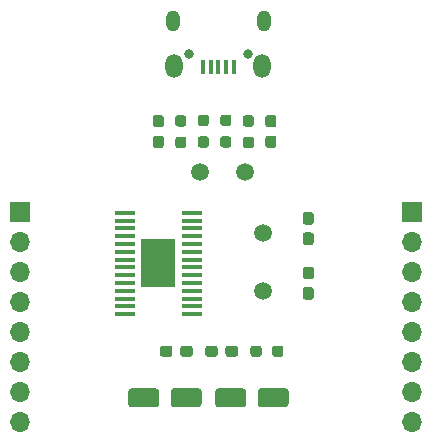
<source format=gbr>
%TF.GenerationSoftware,KiCad,Pcbnew,(5.1.12)-1*%
%TF.CreationDate,2021-12-10T16:35:34+08:00*%
%TF.ProjectId,PDIUSBD12_Module,50444955-5342-4443-9132-5f4d6f64756c,rev?*%
%TF.SameCoordinates,Original*%
%TF.FileFunction,Soldermask,Top*%
%TF.FilePolarity,Negative*%
%FSLAX46Y46*%
G04 Gerber Fmt 4.6, Leading zero omitted, Abs format (unit mm)*
G04 Created by KiCad (PCBNEW (5.1.12)-1) date 2021-12-10 16:35:34*
%MOMM*%
%LPD*%
G01*
G04 APERTURE LIST*
%ADD10R,2.997200X4.089400*%
%ADD11R,1.701800X0.355600*%
%ADD12C,1.500000*%
%ADD13O,0.800000X0.800000*%
%ADD14O,1.150000X1.800000*%
%ADD15O,1.450000X2.000000*%
%ADD16R,0.450000X1.300000*%
%ADD17O,1.700000X1.700000*%
%ADD18R,1.700000X1.700000*%
G04 APERTURE END LIST*
D10*
%TO.C,U1*%
X14960600Y17500600D03*
D11*
X17767300Y21793200D03*
X17767300Y21132800D03*
X17767300Y20472400D03*
X17767300Y19812000D03*
X17767300Y19151600D03*
X17767300Y18491200D03*
X17767300Y17830800D03*
X17767300Y17170400D03*
X17767300Y16510000D03*
X17767300Y15849600D03*
X17767300Y15189200D03*
X17767300Y14528800D03*
X17767300Y13868400D03*
X17767300Y13208000D03*
X12153900Y13208000D03*
X12153900Y13868400D03*
X12153900Y14528800D03*
X12153900Y15189200D03*
X12153900Y15849600D03*
X12153900Y16510000D03*
X12153900Y17170400D03*
X12153900Y17830800D03*
X12153900Y18491200D03*
X12153900Y19151600D03*
X12153900Y19812000D03*
X12153900Y20472400D03*
X12153900Y21132800D03*
X12153900Y21793200D03*
%TD*%
%TO.C,C6*%
G36*
G01*
X15016000Y6671400D02*
X15016000Y5571400D01*
G75*
G02*
X14766000Y5321400I-250000J0D01*
G01*
X12666000Y5321400D01*
G75*
G02*
X12416000Y5571400I0J250000D01*
G01*
X12416000Y6671400D01*
G75*
G02*
X12666000Y6921400I250000J0D01*
G01*
X14766000Y6921400D01*
G75*
G02*
X15016000Y6671400I0J-250000D01*
G01*
G37*
G36*
G01*
X18616000Y6671400D02*
X18616000Y5571400D01*
G75*
G02*
X18366000Y5321400I-250000J0D01*
G01*
X16266000Y5321400D01*
G75*
G02*
X16016000Y5571400I0J250000D01*
G01*
X16016000Y6671400D01*
G75*
G02*
X16266000Y6921400I250000J0D01*
G01*
X18366000Y6921400D01*
G75*
G02*
X18616000Y6671400I0J-250000D01*
G01*
G37*
%TD*%
D12*
%TO.C,Y1*%
X23850600Y15160600D03*
X23850600Y20040600D03*
%TD*%
%TO.C,TP2*%
X22326600Y25247600D03*
%TD*%
%TO.C,TP1*%
X18516600Y25247600D03*
%TD*%
%TO.C,R5*%
G36*
G01*
X18533100Y28275100D02*
X19008100Y28275100D01*
G75*
G02*
X19245600Y28037600I0J-237500D01*
G01*
X19245600Y27537600D01*
G75*
G02*
X19008100Y27300100I-237500J0D01*
G01*
X18533100Y27300100D01*
G75*
G02*
X18295600Y27537600I0J237500D01*
G01*
X18295600Y28037600D01*
G75*
G02*
X18533100Y28275100I237500J0D01*
G01*
G37*
G36*
G01*
X18533100Y30100100D02*
X19008100Y30100100D01*
G75*
G02*
X19245600Y29862600I0J-237500D01*
G01*
X19245600Y29362600D01*
G75*
G02*
X19008100Y29125100I-237500J0D01*
G01*
X18533100Y29125100D01*
G75*
G02*
X18295600Y29362600I0J237500D01*
G01*
X18295600Y29862600D01*
G75*
G02*
X18533100Y30100100I237500J0D01*
G01*
G37*
%TD*%
%TO.C,R4*%
G36*
G01*
X20438100Y28275100D02*
X20913100Y28275100D01*
G75*
G02*
X21150600Y28037600I0J-237500D01*
G01*
X21150600Y27537600D01*
G75*
G02*
X20913100Y27300100I-237500J0D01*
G01*
X20438100Y27300100D01*
G75*
G02*
X20200600Y27537600I0J237500D01*
G01*
X20200600Y28037600D01*
G75*
G02*
X20438100Y28275100I237500J0D01*
G01*
G37*
G36*
G01*
X20438100Y30100100D02*
X20913100Y30100100D01*
G75*
G02*
X21150600Y29862600I0J-237500D01*
G01*
X21150600Y29362600D01*
G75*
G02*
X20913100Y29125100I-237500J0D01*
G01*
X20438100Y29125100D01*
G75*
G02*
X20200600Y29362600I0J237500D01*
G01*
X20200600Y29862600D01*
G75*
G02*
X20438100Y30100100I237500J0D01*
G01*
G37*
%TD*%
%TO.C,R3*%
G36*
G01*
X25553500Y10295900D02*
X25553500Y9820900D01*
G75*
G02*
X25316000Y9583400I-237500J0D01*
G01*
X24816000Y9583400D01*
G75*
G02*
X24578500Y9820900I0J237500D01*
G01*
X24578500Y10295900D01*
G75*
G02*
X24816000Y10533400I237500J0D01*
G01*
X25316000Y10533400D01*
G75*
G02*
X25553500Y10295900I0J-237500D01*
G01*
G37*
G36*
G01*
X23728500Y10295900D02*
X23728500Y9820900D01*
G75*
G02*
X23491000Y9583400I-237500J0D01*
G01*
X22991000Y9583400D01*
G75*
G02*
X22753500Y9820900I0J237500D01*
G01*
X22753500Y10295900D01*
G75*
G02*
X22991000Y10533400I237500J0D01*
G01*
X23491000Y10533400D01*
G75*
G02*
X23728500Y10295900I0J-237500D01*
G01*
G37*
%TD*%
%TO.C,R2*%
G36*
G01*
X22818100Y29078100D02*
X22343100Y29078100D01*
G75*
G02*
X22105600Y29315600I0J237500D01*
G01*
X22105600Y29815600D01*
G75*
G02*
X22343100Y30053100I237500J0D01*
G01*
X22818100Y30053100D01*
G75*
G02*
X23055600Y29815600I0J-237500D01*
G01*
X23055600Y29315600D01*
G75*
G02*
X22818100Y29078100I-237500J0D01*
G01*
G37*
G36*
G01*
X22818100Y27253100D02*
X22343100Y27253100D01*
G75*
G02*
X22105600Y27490600I0J237500D01*
G01*
X22105600Y27990600D01*
G75*
G02*
X22343100Y28228100I237500J0D01*
G01*
X22818100Y28228100D01*
G75*
G02*
X23055600Y27990600I0J-237500D01*
G01*
X23055600Y27490600D01*
G75*
G02*
X22818100Y27253100I-237500J0D01*
G01*
G37*
%TD*%
%TO.C,R1*%
G36*
G01*
X16628100Y28228100D02*
X17103100Y28228100D01*
G75*
G02*
X17340600Y27990600I0J-237500D01*
G01*
X17340600Y27490600D01*
G75*
G02*
X17103100Y27253100I-237500J0D01*
G01*
X16628100Y27253100D01*
G75*
G02*
X16390600Y27490600I0J237500D01*
G01*
X16390600Y27990600D01*
G75*
G02*
X16628100Y28228100I237500J0D01*
G01*
G37*
G36*
G01*
X16628100Y30053100D02*
X17103100Y30053100D01*
G75*
G02*
X17340600Y29815600I0J-237500D01*
G01*
X17340600Y29315600D01*
G75*
G02*
X17103100Y29078100I-237500J0D01*
G01*
X16628100Y29078100D01*
G75*
G02*
X16390600Y29315600I0J237500D01*
G01*
X16390600Y29815600D01*
G75*
G02*
X16628100Y30053100I237500J0D01*
G01*
G37*
%TD*%
D13*
%TO.C,J3*%
X17540600Y35242600D03*
X22540600Y35242600D03*
D14*
X16165600Y37992600D03*
X23915600Y37992600D03*
D15*
X16315600Y34192600D03*
X23765600Y34192600D03*
D16*
X18740600Y34142600D03*
X19390600Y34142600D03*
X20040600Y34142600D03*
X20690600Y34142600D03*
X21340600Y34142600D03*
%TD*%
D17*
%TO.C,J2*%
X3276600Y4038600D03*
X3276600Y6578600D03*
X3276600Y9118600D03*
X3276600Y11658600D03*
X3276600Y14198600D03*
X3276600Y16738600D03*
X3276600Y19278600D03*
D18*
X3276600Y21818600D03*
%TD*%
%TO.C,J1*%
X36474400Y21818600D03*
D17*
X36474400Y19278600D03*
X36474400Y16738600D03*
X36474400Y14198600D03*
X36474400Y11658600D03*
X36474400Y9118600D03*
X36474400Y6578600D03*
X36474400Y4038600D03*
%TD*%
%TO.C,D2*%
G36*
G01*
X24248100Y28312600D02*
X24723100Y28312600D01*
G75*
G02*
X24960600Y28075100I0J-237500D01*
G01*
X24960600Y27500100D01*
G75*
G02*
X24723100Y27262600I-237500J0D01*
G01*
X24248100Y27262600D01*
G75*
G02*
X24010600Y27500100I0J237500D01*
G01*
X24010600Y28075100D01*
G75*
G02*
X24248100Y28312600I237500J0D01*
G01*
G37*
G36*
G01*
X24248100Y30062600D02*
X24723100Y30062600D01*
G75*
G02*
X24960600Y29825100I0J-237500D01*
G01*
X24960600Y29250100D01*
G75*
G02*
X24723100Y29012600I-237500J0D01*
G01*
X24248100Y29012600D01*
G75*
G02*
X24010600Y29250100I0J237500D01*
G01*
X24010600Y29825100D01*
G75*
G02*
X24248100Y30062600I237500J0D01*
G01*
G37*
%TD*%
%TO.C,D1*%
G36*
G01*
X15198100Y29012600D02*
X14723100Y29012600D01*
G75*
G02*
X14485600Y29250100I0J237500D01*
G01*
X14485600Y29825100D01*
G75*
G02*
X14723100Y30062600I237500J0D01*
G01*
X15198100Y30062600D01*
G75*
G02*
X15435600Y29825100I0J-237500D01*
G01*
X15435600Y29250100D01*
G75*
G02*
X15198100Y29012600I-237500J0D01*
G01*
G37*
G36*
G01*
X15198100Y27262600D02*
X14723100Y27262600D01*
G75*
G02*
X14485600Y27500100I0J237500D01*
G01*
X14485600Y28075100D01*
G75*
G02*
X14723100Y28312600I237500J0D01*
G01*
X15198100Y28312600D01*
G75*
G02*
X15435600Y28075100I0J-237500D01*
G01*
X15435600Y27500100D01*
G75*
G02*
X15198100Y27262600I-237500J0D01*
G01*
G37*
%TD*%
%TO.C,C5*%
G36*
G01*
X22382000Y6671400D02*
X22382000Y5571400D01*
G75*
G02*
X22132000Y5321400I-250000J0D01*
G01*
X20032000Y5321400D01*
G75*
G02*
X19782000Y5571400I0J250000D01*
G01*
X19782000Y6671400D01*
G75*
G02*
X20032000Y6921400I250000J0D01*
G01*
X22132000Y6921400D01*
G75*
G02*
X22382000Y6671400I0J-250000D01*
G01*
G37*
G36*
G01*
X25982000Y6671400D02*
X25982000Y5571400D01*
G75*
G02*
X25732000Y5321400I-250000J0D01*
G01*
X23632000Y5321400D01*
G75*
G02*
X23382000Y5571400I0J250000D01*
G01*
X23382000Y6671400D01*
G75*
G02*
X23632000Y6921400I250000J0D01*
G01*
X25732000Y6921400D01*
G75*
G02*
X25982000Y6671400I0J-250000D01*
G01*
G37*
%TD*%
%TO.C,C4*%
G36*
G01*
X15083500Y9820900D02*
X15083500Y10295900D01*
G75*
G02*
X15321000Y10533400I237500J0D01*
G01*
X15921000Y10533400D01*
G75*
G02*
X16158500Y10295900I0J-237500D01*
G01*
X16158500Y9820900D01*
G75*
G02*
X15921000Y9583400I-237500J0D01*
G01*
X15321000Y9583400D01*
G75*
G02*
X15083500Y9820900I0J237500D01*
G01*
G37*
G36*
G01*
X16808500Y9820900D02*
X16808500Y10295900D01*
G75*
G02*
X17046000Y10533400I237500J0D01*
G01*
X17646000Y10533400D01*
G75*
G02*
X17883500Y10295900I0J-237500D01*
G01*
X17883500Y9820900D01*
G75*
G02*
X17646000Y9583400I-237500J0D01*
G01*
X17046000Y9583400D01*
G75*
G02*
X16808500Y9820900I0J237500D01*
G01*
G37*
%TD*%
%TO.C,C3*%
G36*
G01*
X27423100Y15498100D02*
X27898100Y15498100D01*
G75*
G02*
X28135600Y15260600I0J-237500D01*
G01*
X28135600Y14660600D01*
G75*
G02*
X27898100Y14423100I-237500J0D01*
G01*
X27423100Y14423100D01*
G75*
G02*
X27185600Y14660600I0J237500D01*
G01*
X27185600Y15260600D01*
G75*
G02*
X27423100Y15498100I237500J0D01*
G01*
G37*
G36*
G01*
X27423100Y17223100D02*
X27898100Y17223100D01*
G75*
G02*
X28135600Y16985600I0J-237500D01*
G01*
X28135600Y16385600D01*
G75*
G02*
X27898100Y16148100I-237500J0D01*
G01*
X27423100Y16148100D01*
G75*
G02*
X27185600Y16385600I0J237500D01*
G01*
X27185600Y16985600D01*
G75*
G02*
X27423100Y17223100I237500J0D01*
G01*
G37*
%TD*%
%TO.C,C2*%
G36*
G01*
X27898100Y20773100D02*
X27423100Y20773100D01*
G75*
G02*
X27185600Y21010600I0J237500D01*
G01*
X27185600Y21610600D01*
G75*
G02*
X27423100Y21848100I237500J0D01*
G01*
X27898100Y21848100D01*
G75*
G02*
X28135600Y21610600I0J-237500D01*
G01*
X28135600Y21010600D01*
G75*
G02*
X27898100Y20773100I-237500J0D01*
G01*
G37*
G36*
G01*
X27898100Y19048100D02*
X27423100Y19048100D01*
G75*
G02*
X27185600Y19285600I0J237500D01*
G01*
X27185600Y19885600D01*
G75*
G02*
X27423100Y20123100I237500J0D01*
G01*
X27898100Y20123100D01*
G75*
G02*
X28135600Y19885600I0J-237500D01*
G01*
X28135600Y19285600D01*
G75*
G02*
X27898100Y19048100I-237500J0D01*
G01*
G37*
%TD*%
%TO.C,C1*%
G36*
G01*
X18920000Y9820900D02*
X18920000Y10295900D01*
G75*
G02*
X19157500Y10533400I237500J0D01*
G01*
X19757500Y10533400D01*
G75*
G02*
X19995000Y10295900I0J-237500D01*
G01*
X19995000Y9820900D01*
G75*
G02*
X19757500Y9583400I-237500J0D01*
G01*
X19157500Y9583400D01*
G75*
G02*
X18920000Y9820900I0J237500D01*
G01*
G37*
G36*
G01*
X20645000Y9820900D02*
X20645000Y10295900D01*
G75*
G02*
X20882500Y10533400I237500J0D01*
G01*
X21482500Y10533400D01*
G75*
G02*
X21720000Y10295900I0J-237500D01*
G01*
X21720000Y9820900D01*
G75*
G02*
X21482500Y9583400I-237500J0D01*
G01*
X20882500Y9583400D01*
G75*
G02*
X20645000Y9820900I0J237500D01*
G01*
G37*
%TD*%
M02*

</source>
